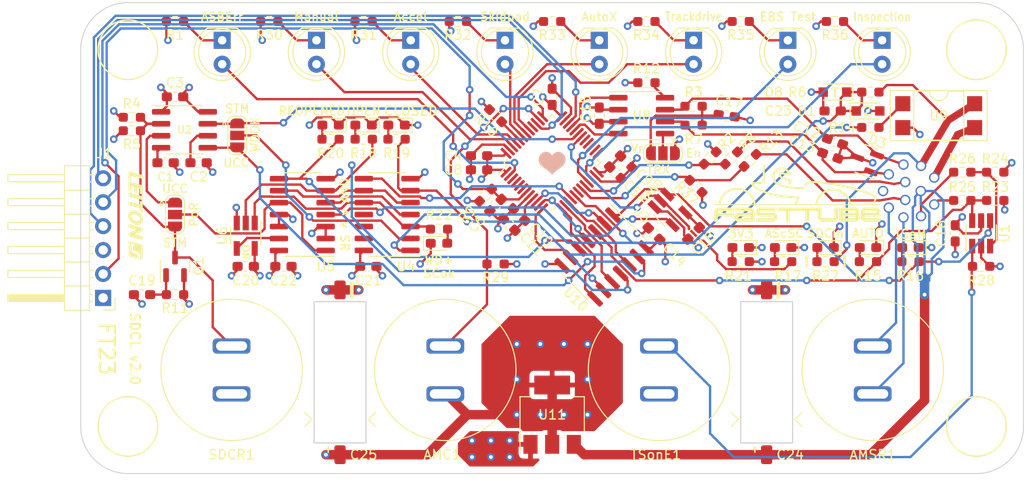
<source format=kicad_pcb>
(kicad_pcb (version 20211014) (generator pcbnew)

  (general
    (thickness 1.6)
  )

  (paper "A4")
  (layers
    (0 "F.Cu" signal)
    (1 "In1.Cu" power "3V3.Cu")
    (2 "In2.Cu" power "GND.Cu")
    (31 "B.Cu" signal)
    (33 "F.Adhes" user "F.Adhesive")
    (35 "F.Paste" user)
    (37 "F.SilkS" user "F.Silkscreen")
    (38 "B.Mask" user)
    (39 "F.Mask" user)
    (40 "Dwgs.User" user "User.Drawings")
    (41 "Cmts.User" user "User.Comments")
    (42 "Eco1.User" user "User.Eco1")
    (43 "Eco2.User" user "User.Eco2")
    (44 "Edge.Cuts" user)
    (45 "Margin" user)
    (46 "B.CrtYd" user "B.Courtyard")
    (47 "F.CrtYd" user "F.Courtyard")
    (49 "F.Fab" user)
  )

  (setup
    (stackup
      (layer "F.SilkS" (type "Top Silk Screen"))
      (layer "F.Paste" (type "Top Solder Paste"))
      (layer "F.Mask" (type "Top Solder Mask") (thickness 0.01))
      (layer "F.Cu" (type "copper") (thickness 0.035))
      (layer "dielectric 1" (type "core") (thickness 0.48) (material "FR4") (epsilon_r 4.5) (loss_tangent 0.02))
      (layer "In1.Cu" (type "copper") (thickness 0.035))
      (layer "dielectric 2" (type "prepreg") (thickness 0.48) (material "FR4") (epsilon_r 4.5) (loss_tangent 0.02))
      (layer "In2.Cu" (type "copper") (thickness 0.035))
      (layer "dielectric 3" (type "core") (thickness 0.48) (material "FR4") (epsilon_r 4.5) (loss_tangent 0.02))
      (layer "B.Cu" (type "copper") (thickness 0.035))
      (layer "B.Mask" (type "Bottom Solder Mask") (thickness 0.01))
      (copper_finish "None")
      (dielectric_constraints no)
    )
    (pad_to_mask_clearance 0)
    (pcbplotparams
      (layerselection 0x00010e0_ffffffff)
      (disableapertmacros false)
      (usegerberextensions false)
      (usegerberattributes true)
      (usegerberadvancedattributes true)
      (creategerberjobfile true)
      (svguseinch false)
      (svgprecision 6)
      (excludeedgelayer true)
      (plotframeref false)
      (viasonmask false)
      (mode 1)
      (useauxorigin false)
      (hpglpennumber 1)
      (hpglpenspeed 20)
      (hpglpendiameter 15.000000)
      (dxfpolygonmode true)
      (dxfimperialunits true)
      (dxfusepcbnewfont true)
      (psnegative false)
      (psa4output false)
      (plotreference true)
      (plotvalue true)
      (plotinvisibletext false)
      (sketchpadsonfab false)
      (subtractmaskfromsilk false)
      (outputformat 1)
      (mirror false)
      (drillshape 0)
      (scaleselection 1)
      (outputdirectory "export/")
    )
  )

  (net 0 "")
  (net 1 "GND")
  (net 2 "NRST")
  (net 3 "+12V")
  (net 4 "AMC")
  (net 5 "TRACESWO")
  (net 6 "SWDIO")
  (net 7 "SWCLK")
  (net 8 "Net-(R12-Pad1)")
  (net 9 "AMSRin")
  (net 10 "AMSRout")
  (net 11 "+3.3V")
  (net 12 "/CAN TRX/CAN_H")
  (net 13 "/CAN TRX/CAN_L")
  (net 14 "Net-(C19-Pad1)")
  (net 15 "/Connections/SDC_in_3V3")
  (net 16 "Net-(D2-Pad1)")
  (net 17 "Net-(D4-Pad2)")
  (net 18 "/Backup AMI/AMI0")
  (net 19 "Net-(D15-Pad1)")
  (net 20 "/Backup AMI/AMI1")
  (net 21 "Net-(D16-Pad1)")
  (net 22 "/Backup AMI/AMI2")
  (net 23 "Net-(D17-Pad1)")
  (net 24 "/Backup AMI/AMI3")
  (net 25 "Net-(D18-Pad1)")
  (net 26 "/Backup AMI/AMI4")
  (net 27 "Net-(D19-Pad1)")
  (net 28 "/Backup AMI/AMI5")
  (net 29 "Net-(D20-Pad1)")
  (net 30 "/Backup AMI/AMI6")
  (net 31 "Net-(J2-Pad1)")
  (net 32 "Net-(J2-Pad9)")
  (net 33 "Net-(R14-Pad2)")
  (net 34 "Net-(D5-Pad2)")
  (net 35 "Net-(D6-Pad2)")
  (net 36 "Net-(D7-Pad2)")
  (net 37 "Net-(D9-Pad2)")
  (net 38 "Net-(D10-Pad2)")
  (net 39 "Net-(D11-Pad2)")
  (net 40 "Net-(D12-Pad2)")
  (net 41 "Net-(D13-Pad2)")
  (net 42 "/Non-Programmable Logic/~{WDO}")
  (net 43 "/Non-Programmable Logic/RP")
  (net 44 "/Non-Programmable Logic/WP")
  (net 45 "/Controller/TS_activate_MUXed")
  (net 46 "/Non-Programmable Logic/close_while_allowed")
  (net 47 "/Non-Programmable Logic/~{reset_all}")
  (net 48 "/Non-Programmable Logic/closing_allowed")
  (net 49 "/Non-Programmable Logic/~{reopen}")
  (net 50 "/Non-Programmable Logic/WD_and_SDCin_ok")
  (net 51 "/Non-Programmable Logic/~{try_close}")
  (net 52 "Net-(J2-Pad11)")
  (net 53 "Net-(J2-Pad12)")
  (net 54 "Net-(JPPoR1-Pad1)")
  (net 55 "/Connections/SDC_out")
  (net 56 "/Connections/SDC_in")
  (net 57 "/Connections/TS_activate_dash")
  (net 58 "/Controller/Watchdog")
  (net 59 "WD_OK")
  (net 60 "/CAN TRX/CAN_TX")
  (net 61 "/CAN TRX/CAN_RX")
  (net 62 "Net-(D14-Pad1)")
  (net 63 "/Connections/ASMS")
  (net 64 "/Buttons/~{SDC_reset}")
  (net 65 "/Controller/AS_close_SDC")
  (net 66 "CLOSED")
  (net 67 "INITIAL_OPEN")
  (net 68 "REOPENED")
  (net 69 "/Buttons/TS_activate_ext")
  (net 70 "/Controller/SDC_is_ready")
  (net 71 "unconnected-(U7-Pad3)")
  (net 72 "unconnected-(U7-Pad4)")
  (net 73 "unconnected-(U7-Pad5)")
  (net 74 "Net-(U10-Pad2)")
  (net 75 "Net-(U10-Pad4)")
  (net 76 "Net-(U10-Pad6)")
  (net 77 "Net-(U10-Pad8)")
  (net 78 "Net-(U10-Pad10)")
  (net 79 "Net-(U10-Pad12)")
  (net 80 "unconnected-(U7-Pad18)")
  (net 81 "unconnected-(U7-Pad25)")
  (net 82 "unconnected-(U7-Pad26)")
  (net 83 "unconnected-(U7-Pad27)")
  (net 84 "unconnected-(U7-Pad28)")
  (net 85 "unconnected-(U7-Pad40)")
  (net 86 "/CAN TRX/Vref")
  (net 87 "Net-(JP1-Pad2)")
  (net 88 "unconnected-(U4-Pad11)")
  (net 89 "unconnected-(U4-Pad12)")
  (net 90 "unconnected-(U4-Pad13)")
  (net 91 "LV_SENSE_2")
  (net 92 "LV_SENSE_1")
  (net 93 "unconnected-(U7-Pad29)")
  (net 94 "unconnected-(U7-Pad6)")
  (net 95 "Net-(D2-Pad2)")
  (net 96 "Net-(R10-Pad1)")

  (footprint "Capacitor_SMD:C_0603_1608Metric_Pad1.08x0.95mm_HandSolder" (layer "F.Cu") (at 109 67))

  (footprint "Capacitor_SMD:C_0603_1608Metric_Pad1.08x0.95mm_HandSolder" (layer "F.Cu") (at 112.5 67))

  (footprint "Capacitor_SMD:C_0603_1608Metric_Pad1.08x0.95mm_HandSolder" (layer "F.Cu") (at 110 60 180))

  (footprint "Capacitor_SMD:C_0603_1608Metric_Pad1.08x0.95mm_HandSolder" (layer "F.Cu") (at 142.25 66.25 180))

  (footprint "Capacitor_SMD:C_0603_1608Metric_Pad1.08x0.95mm_HandSolder" (layer "F.Cu") (at 156.717515 68.06066 -45))

  (footprint "Capacitor_SMD:C_0603_1608Metric_Pad1.08x0.95mm_HandSolder" (layer "F.Cu") (at 144 71.5 -135))

  (footprint "Capacitor_SMD:C_0603_1608Metric_Pad1.08x0.95mm_HandSolder" (layer "F.Cu") (at 150 60 90))

  (footprint "Capacitor_SMD:C_0603_1608Metric_Pad1.08x0.95mm_HandSolder" (layer "F.Cu") (at 142.25 67.75 180))

  (footprint "Capacitor_SMD:C_0603_1608Metric_Pad1.08x0.95mm_HandSolder" (layer "F.Cu") (at 157.867538 66.897577 -45))

  (footprint "Capacitor_SMD:C_0603_1608Metric_Pad1.08x0.95mm_HandSolder" (layer "F.Cu") (at 146.5 72.5 135))

  (footprint "Capacitor_SMD:C_0603_1608Metric_Pad1.08x0.95mm_HandSolder" (layer "F.Cu") (at 145.43934 73.56066 135))

  (footprint "Capacitor_SMD:C_0603_1608Metric_Pad1.08x0.95mm_HandSolder" (layer "F.Cu") (at 180 64.75 -20))

  (footprint "Capacitor_SMD:C_0603_1608Metric_Pad1.08x0.95mm_HandSolder" (layer "F.Cu") (at 179.5 66.25 160))

  (footprint "Package_TO_SOT_SMD:SOT-23-5_HandSoldering" (layer "F.Cu") (at 162.5 72 -45))

  (footprint "Capacitor_SMD:C_0603_1608Metric_Pad1.08x0.95mm_HandSolder" (layer "F.Cu") (at 155 62 90))

  (footprint "Package_TO_SOT_SMD:SOT-23-5_HandSoldering" (layer "F.Cu") (at 117.5 74.75 -90))

  (footprint "Resistor_SMD:R_0603_1608Metric_Pad0.98x0.95mm_HandSolder" (layer "F.Cu") (at 105.423313 62.172844))

  (footprint "Resistor_SMD:R_0603_1608Metric_Pad0.98x0.95mm_HandSolder" (layer "F.Cu") (at 105.423313 63.600757 180))

  (footprint "Resistor_SMD:R_0603_1608Metric_Pad0.98x0.95mm_HandSolder" (layer "F.Cu") (at 183.75 59.5 180))

  (footprint "Resistor_SMD:R_0603_1608Metric_Pad0.98x0.95mm_HandSolder" (layer "F.Cu") (at 142.93934 70.43934 45))

  (footprint "Resistor_SMD:R_0603_1608Metric_Pad0.98x0.95mm_HandSolder" (layer "F.Cu") (at 144 62 135))

  (footprint "Resistor_SMD:R_0603_1608Metric_Pad0.98x0.95mm_HandSolder" (layer "F.Cu") (at 160 58.5 180))

  (footprint "Package_TO_SOT_SMD:SOT-23-6_Handsoldering" (layer "F.Cu") (at 195.5 74.5 90))

  (footprint "Package_SO:SOIC-8_3.9x4.9mm_P1.27mm" (layer "F.Cu") (at 111 63.5))

  (footprint "Package_SO:SOIC-14_3.9x8.7mm_P1.27mm" (layer "F.Cu") (at 132.5 72.5 180))

  (footprint "Package_SO:SOIC-14_3.9x8.7mm_P1.27mm" (layer "F.Cu") (at 123.5 72.503922 180))

  (footprint "Package_QFP:LQFP-48_7x7mm_P0.5mm" (layer "F.Cu") (at 150 67 45))

  (footprint "Package_SO:SOIC-8_3.9x4.9mm_P1.27mm" (layer "F.Cu") (at 159.5 62))

  (footprint "Resistor_SMD:R_0603_1608Metric_Pad0.98x0.95mm_HandSolder" (layer "F.Cu") (at 183.75 63.25))

  (footprint "Package_DIP:DIP-4_W7.62mm_SMDSocket_SmallPads" (layer "F.Cu") (at 191 62))

  (footprint "Capacitor_SMD:C_0603_1608Metric_Pad1.08x0.95mm_HandSolder" (layer "F.Cu") (at 192.75 74.5 90))

  (footprint "Capacitor_SMD:C_0603_1608Metric_Pad1.08x0.95mm_HandSolder" (layer "F.Cu") (at 165 74.5 45))

  (footprint "Capacitor_SMD:C_0603_1608Metric_Pad1.08x0.95mm_HandSolder" (layer "F.Cu") (at 117.5 78))

  (footprint "Capacitor_SMD:C_0603_1608Metric_Pad1.08x0.95mm_HandSolder" (layer "F.Cu") (at 130.5 78 180))

  (footprint "Capacitor_SMD:C_0603_1608Metric_Pad1.08x0.95mm_HandSolder" (layer "F.Cu") (at 121.5 78 180))

  (footprint "Diode_SMD:D_0603_1608Metric_Pad1.05x0.95mm_HandSolder" (layer "F.Cu") (at 183.5 76 180))

  (footprint "Diode_SMD:D_0603_1608Metric_Pad1.05x0.95mm_HandSolder" (layer "F.Cu") (at 188 76 180))

  (footprint "Diode_SMD:D_0603_1608Metric_Pad1.05x0.95mm_HandSolder" (layer "F.Cu") (at 174.5 76 180))

  (footprint "Diode_SMD:D_0603_1608Metric_Pad1.05x0.95mm_HandSolder" (layer "F.Cu") (at 130 63 180))

  (footprint "Diode_SMD:D_0603_1608Metric_Pad1.05x0.95mm_HandSolder" (layer "F.Cu") (at 133.5 63 180))

  (footprint "Diode_SMD:D_0603_1608Metric_Pad1.05x0.95mm_HandSolder" (layer "F.Cu") (at 126.5 63 180))

  (footprint "Diode_SMD:D_0603_1608Metric_Pad1.05x0.95mm_HandSolder" (layer "F.Cu") (at 170 76 180))

  (footprint "Resistor_SMD:R_0603_1608Metric_Pad0.98x0.95mm_HandSolder" (layer "F.Cu") (at 183.5 77.5 180))

  (footprint "Resistor_SMD:R_0603_1608Metric_Pad0.98x0.95mm_HandSolder" (layer "F.Cu") (at 188 77.5))

  (footprint "Diode_SMD:D_0603_1608Metric_Pad1.05x0.95mm_HandSolder" (layer "F.Cu") (at 138 75.545))

  (footprint "Resistor_SMD:R_0603_1608Metric_Pad0.98x0.95mm_HandSolder" (layer "F.Cu") (at 174.5 77.5 180))

  (footprint "Resistor_SMD:R_0603_1608Metric_Pad0.98x0.95mm_HandSolder" (layer "F.Cu") (at 130.016666 64.5 180))

  (footprint "Resistor_SMD:R_0603_1608Metric_Pad0.98x0.95mm_HandSolder" (layer "F.Cu") (at 133.5 64.5 180))

  (footprint "Resistor_SMD:R_0603_1608Metric_Pad0.98x0.95mm_HandSolder" (layer "F.Cu") (at 126.5 64.5 180))

  (footprint "Resistor_SMD:R_0603_1608Metric_Pad0.98x0.95mm_HandSolder" (layer "F.Cu") (at 170 77.5 180))

  (footprint "Resistor_SMD:R_0603_1608Metric_Pad0.98x0.95mm_HandSolder" (layer "F.Cu") (at 138 74.045 180))

  (footprint "Capacitor_SMD:C_0603_1608Metric_Pad1.08x0.95mm_HandSolder" (layer "F.Cu") (at 179.75 61.5))

  (footprint "Diode_SMD:D_SOD-323_HandSoldering" (layer "F.Cu") (at 180 59.5 180))

  (footprint "MountingHole:MountingHole_3.2mm_M3" (layer "F.Cu")
    (tedit 56D1B4CB) (tstamp 00000000-0000-0000-0000-000061bee488)
    (at 105 55 180)
    (descr "Mounting Hole 3.2mm, no annular, M3")
    (tags "mounting hole 3.2mm no annular m3")
    (property "Sheetfile" "connections.kicad_sch")
    (property "Sheetname" "Connections")
    (path "/00000000-0000-0000-0000-000061bba8ea/00000000-0000-0000-0000-000061bd2819")
    (attr exclude_from_pos_files)
    (fp_text reference "H1" (at 0 -4.2) (layer "F.SilkS") hide
      (effects (font (size 1 1) (thickness 0.15)))
      (tstamp 47fadd5d-e63f-4824-9b10-de5d2fb6df9a)
    )
    (fp_text value "MountingHole" (at 0 4.2) (layer "F.Fab")
      (effects (font (size 1 1) (thickness 0.15)))
      (tstamp 1c823e0b-a9cf-4241-96e0-8c
... [1198631 chars truncated]
</source>
